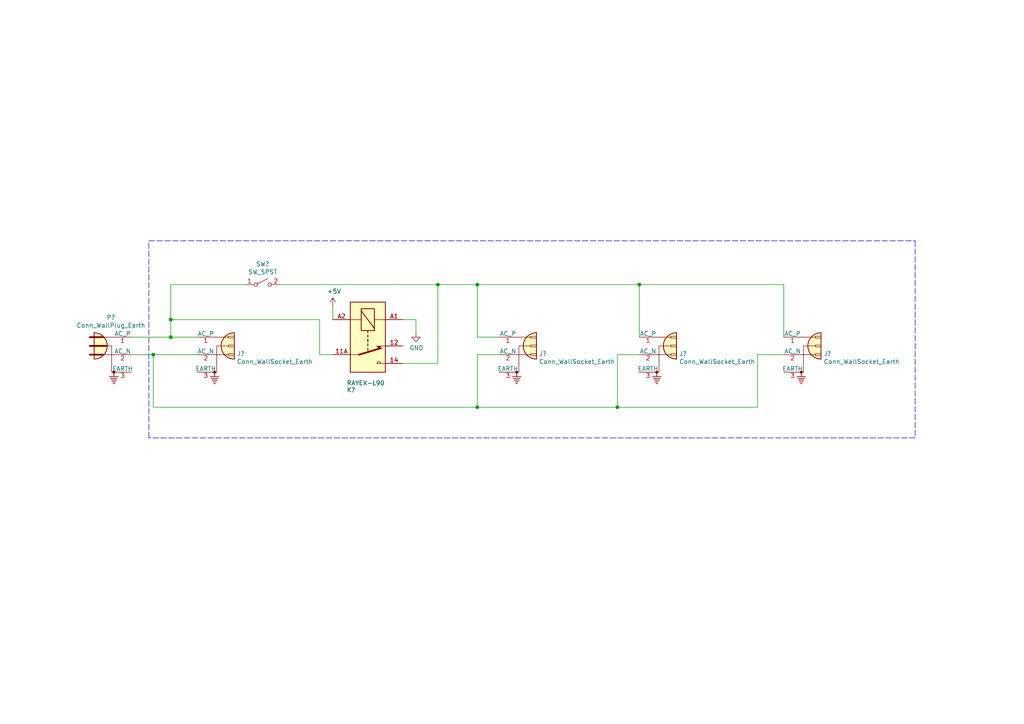
<source format=kicad_sch>
(kicad_sch (version 20211123) (generator eeschema)
  (paper "A4")
  (lib_symbols
    (symbol "Connector:Conn_WallPlug_Earth" (pin_names (offset 0))
      (property "Reference" "P" (at 0 3.81 0))
      (property "Value" "Conn_WallPlug_Earth" (at -5.08 0 90))
      (symbol "Conn_WallPlug_Earth_0_1"
        (arc (start -3.175 -3.81) (mid 0.635 0) (end -3.175 3.81) (stroke (width 0.254)) (fill (type background)))
        (polyline (pts (xy -4.445 -2.54) (xy -0.635 -2.54)) (stroke (width 0.508)))
        (polyline (pts (xy -4.445 0) (xy 0.508 0)) (stroke (width 0.508)))
        (polyline (pts (xy -4.445 2.54) (xy -0.635 2.54)) (stroke (width 0.508)))
        (polyline (pts (xy -3.175 -3.81) (xy -3.175 3.81)) (stroke (width 0.254)))
        (polyline (pts (xy -0.635 -2.54) (xy 2.54 -2.54)))
        (polyline (pts (xy -0.635 2.54) (xy 2.54 2.54)))
        (polyline (pts (xy 1.524 -9.398) (xy 3.556 -9.398)) (stroke (width 0.2032)))
        (polyline (pts (xy 1.778 -9.906) (xy 3.302 -9.906)) (stroke (width 0.2032)))
        (polyline (pts (xy 2.032 -10.414) (xy 3.048 -10.414)) (stroke (width 0.2032)))
        (polyline (pts (xy 2.286 -10.922) (xy 2.794 -10.922)) (stroke (width 0.2032)))
        (polyline (pts (xy 2.54 -7.62) (xy 2.54 -8.89)) (stroke (width 0.2032)))
        (polyline (pts (xy 3.81 -8.89) (xy 1.27 -8.89)) (stroke (width 0.2032)))
        (polyline (pts (xy 2.54 -7.62) (xy 1.905 -7.62) (xy 1.905 0) (xy -4.445 0)))
        (circle (center 2.54 -7.62) (radius 0.3556) (fill (type outline)))
      )
      (symbol "Conn_WallPlug_Earth_1_1"
        (pin power_out line (at 7.62 2.54 180) (length 5.08) (name "AC_P") (number "1"))
        (pin power_out line (at 7.62 -2.54 180) (length 5.08) (name "AC_N") (number "2"))
        (pin passive line (at 7.62 -7.62 180) (length 5.08) (name "EARTH") (number "3"))
      )
    )
    (symbol "Connector:Conn_WallSocket_Earth" (pin_names (offset 0))
      (property "Reference" "J" (at 3.81 6.985 0))
      (property "Value" "Conn_WallSocket_Earth" (at 7.62 2.54 90))
      (symbol "Conn_WallSocket_Earth_0_1"
        (circle (center 0 -5.08) (radius 0.3556) (fill (type outline)))
        (polyline (pts (xy -1.27 -6.35) (xy 1.27 -6.35)) (stroke (width 0.2032)))
        (polyline (pts (xy 0 -5.08) (xy 0 -6.35)) (stroke (width 0.2032)))
        (polyline (pts (xy 0.254 -8.382) (xy -0.254 -8.382)) (stroke (width 0.2032)))
        (polyline (pts (xy 0.508 -7.874) (xy -0.508 -7.874)) (stroke (width 0.2032)))
        (polyline (pts (xy 0.762 -7.366) (xy -0.762 -7.366)) (stroke (width 0.2032)))
        (polyline (pts (xy 1.016 -6.858) (xy -1.016 -6.858)) (stroke (width 0.2032)))
        (polyline (pts (xy 4.064 0) (xy 0 0)))
        (polyline (pts (xy 4.064 5.08) (xy 0 5.08)))
        (polyline (pts (xy 5.715 -1.27) (xy 5.715 6.35)) (stroke (width 0.254)))
        (polyline (pts (xy 0 -5.08) (xy 0.635 -5.08) (xy 0.635 2.54) (xy 4.064 2.54)))
        (rectangle (start 5.715 -0.254) (end 4.064 0.254))
        (rectangle (start 5.715 2.286) (end 4.064 2.794))
        (rectangle (start 5.715 4.826) (end 4.064 5.334))
        (arc (start 5.715 6.35) (mid 1.905 2.54) (end 5.715 -1.27) (stroke (width 0.254)) (fill (type background)))
      )
      (symbol "Conn_WallSocket_Earth_1_1"
        (pin power_in line (at -5.08 5.08 0) (length 5.08) (name "AC_P") (number "1"))
        (pin power_in line (at -5.08 0 0) (length 5.08) (name "AC_N") (number "2"))
        (pin passive line (at -5.08 -5.08 0) (length 5.08) (name "EARTH") (number "3"))
      )
    )
    (symbol "Relay:RAYEX-L90"
      (property "Reference" "K" (at 11.43 3.81 0))
      (property "Value" "RAYEX-L90" (at 11.43 1.27 0))
      (symbol "RAYEX-L90_1_0"
        (polyline (pts (xy 2.54 3.81) (xy 2.54 5.08)))
        (polyline (pts (xy 7.62 3.81) (xy 7.62 5.08)))
        (polyline (pts (xy 7.62 3.81) (xy 7.62 2.54) (xy 6.985 3.175) (xy 7.62 3.81)))
      )
      (symbol "RAYEX-L90_1_1"
        (rectangle (start -10.16 5.08) (end 10.16 -5.08) (stroke (width 0.254)) (fill (type background)))
        (rectangle (start -8.255 1.905) (end -1.905 -1.905) (stroke (width 0.254)))
        (polyline (pts (xy -7.62 -1.905) (xy -2.54 1.905)) (stroke (width 0.254)))
        (polyline (pts (xy -5.08 -5.08) (xy -5.08 -1.905)))
        (polyline (pts (xy -5.08 5.08) (xy -5.08 1.905)))
        (polyline (pts (xy -1.905 0) (xy -1.27 0)) (stroke (width 0.254)))
        (polyline (pts (xy -0.635 0) (xy 0 0)) (stroke (width 0.254)))
        (polyline (pts (xy 0.635 0) (xy 1.27 0)) (stroke (width 0.254)))
        (polyline (pts (xy 0.635 0) (xy 1.27 0)) (stroke (width 0.254)))
        (polyline (pts (xy 1.905 0) (xy 2.54 0)) (stroke (width 0.254)))
        (polyline (pts (xy 3.175 0) (xy 3.81 0)) (stroke (width 0.254)))
        (polyline (pts (xy 5.08 -2.54) (xy 3.175 3.81)) (stroke (width 0.508)))
        (polyline (pts (xy 5.08 -2.54) (xy 5.08 -5.08)))
        (polyline (pts (xy 2.54 2.54) (xy 3.175 3.175) (xy 2.54 3.81)) (fill (type outline)))
        (pin passive line (at 5.08 -10.16 90) (length 5.08) (name "~") (number "11A"))
        (pin passive line (at 5.08 -10.16 90) (length 5.08) hide (name "~") (number "11B"))
        (pin passive line (at 2.54 10.16 270) (length 5.08) (name "~") (number "12"))
        (pin passive line (at 7.62 10.16 270) (length 5.08) (name "~") (number "14"))
        (pin passive line (at -5.08 10.16 270) (length 5.08) (name "~") (number "A1"))
        (pin passive line (at -5.08 -10.16 90) (length 5.08) (name "~") (number "A2"))
      )
    )
    (symbol "Switch:SW_SPST" (pin_names (offset 0) hide)
      (property "Reference" "SW" (at 0 3.175 0))
      (property "Value" "SW_SPST" (at 0 -2.54 0))
      (symbol "SW_SPST_0_0"
        (circle (center -2.032 0) (radius 0.508))
        (polyline (pts (xy -1.524 0.254) (xy 1.524 1.778)))
        (circle (center 2.032 0) (radius 0.508))
      )
      (symbol "SW_SPST_1_1"
        (pin passive line (at -5.08 0 0) (length 2.54) (name "A") (number "1"))
        (pin passive line (at 5.08 0 180) (length 2.54) (name "B") (number "2"))
      )
    )
    (symbol "power:+5V" (power) (pin_names (offset 0))
      (property "Value" "+5V" (at 0 3.556 0))
      (symbol "+5V_0_1"
        (polyline (pts (xy -0.762 1.27) (xy 0 2.54)))
        (polyline (pts (xy 0 0) (xy 0 2.54)))
        (polyline (pts (xy 0 2.54) (xy 0.762 1.27)))
      )
      (symbol "+5V_1_1"
        (pin power_in line (at 0 0 90) (length 0) hide (name "+5V") (number "1"))
      )
    )
    (symbol "power:GND" (power) (pin_names (offset 0))
      (property "Value" "GND" (at 0 -3.81 0))
      (symbol "GND_0_1"
        (polyline (pts (xy 0 0) (xy 0 -1.27) (xy 1.27 -1.27) (xy 0 -2.54) (xy -1.27 -1.27) (xy 0 -1.27)))
      )
      (symbol "GND_1_1"
        (pin power_in line (at 0 0 270) (length 0) hide (name "GND") (number "1"))
      )
    )
  )
  (junction (at 138.43 118.11))
  (junction (at 185.42 82.55))
  (junction (at 44.45 102.87))
  (junction (at 49.53 97.79))
  (junction (at 138.43 82.55))
  (junction (at 179.07 118.11))
  (junction (at 127 82.55))
  (junction (at 49.53 92.71))
  (wire (pts (xy 138.43 82.55) (xy 185.42 82.55)))
  (wire (pts (xy 179.07 102.87) (xy 179.07 118.11)))
  (wire (pts (xy 116.84 105.41) (xy 127 105.41)))
  (wire (pts (xy 49.53 97.79) (xy 49.53 92.71)))
  (wire (pts (xy 219.71 118.11) (xy 179.07 118.11)))
  (wire (pts (xy 92.71 102.87) (xy 96.52 102.87)))
  (polyline (pts (xy 43.18 69.85) (xy 265.43 69.85)))
  (wire (pts (xy 179.07 118.11) (xy 138.43 118.11)))
  (wire (pts (xy 227.33 102.87) (xy 219.71 102.87)))
  (polyline (pts (xy 43.18 127) (xy 43.18 69.85)))
  (polyline (pts (xy 265.43 69.85) (xy 265.43 127)))
  (wire (pts (xy 49.53 82.55) (xy 71.12 82.55)))
  (wire (pts (xy 185.42 102.87) (xy 179.07 102.87)))
  (wire (pts (xy 185.42 82.55) (xy 185.42 97.79)))
  (polyline (pts (xy 265.43 127) (xy 43.18 127)))
  (wire (pts (xy 92.71 92.71) (xy 92.71 102.87)))
  (wire (pts (xy 127 105.41) (xy 127 82.55)))
  (wire (pts (xy 138.43 102.87) (xy 138.43 118.11)))
  (wire (pts (xy 219.71 102.87) (xy 219.71 118.11)))
  (wire (pts (xy 116.84 92.71) (xy 120.65 92.71)))
  (wire (pts (xy 144.78 102.87) (xy 138.43 102.87)))
  (wire (pts (xy 44.45 102.87) (xy 44.45 118.11)))
  (wire (pts (xy 57.15 97.79) (xy 49.53 97.79)))
  (wire (pts (xy 144.78 97.79) (xy 138.43 97.79)))
  (wire (pts (xy 49.53 92.71) (xy 92.71 92.71)))
  (wire (pts (xy 38.1 102.87) (xy 44.45 102.87)))
  (wire (pts (xy 227.33 82.55) (xy 227.33 97.79)))
  (wire (pts (xy 120.65 92.71) (xy 120.65 96.52)))
  (wire (pts (xy 57.15 102.87) (xy 44.45 102.87)))
  (wire (pts (xy 44.45 118.11) (xy 138.43 118.11)))
  (wire (pts (xy 49.53 82.55) (xy 49.53 92.71)))
  (wire (pts (xy 81.28 82.55) (xy 127 82.55)))
  (wire (pts (xy 138.43 82.55) (xy 138.43 97.79)))
  (wire (pts (xy 38.1 97.79) (xy 49.53 97.79)))
  (wire (pts (xy 96.52 92.71) (xy 96.52 88.9)))
  (wire (pts (xy 127 82.55) (xy 138.43 82.55)))
  (wire (pts (xy 185.42 82.55) (xy 227.33 82.55)))
  (symbol (lib_id "Connector:Conn_WallSocket_Earth") (at 62.23 102.87 0) (unit 1)
    (property "Reference" "J?" (at 68.6816 102.5906 0) (effects (justify left)))
    (property "Value" "Conn_WallSocket_Earth" (at 68.6816 104.902 0) (effects (justify left)))
  )
  (symbol (lib_id "Connector:Conn_WallSocket_Earth") (at 149.86 102.87 0) (unit 1)
    (property "Reference" "J?" (at 156.3116 102.5906 0) (effects (justify left)))
    (property "Value" "Conn_WallSocket_Earth" (at 156.3116 104.902 0) (effects (justify left)))
  )
  (symbol (lib_id "Relay:RAYEX-L90") (at 106.68 97.79 270) (unit 1)
    (property "Reference" "K?" (at 100.5586 113.1062 90) (effects (justify left)))
    (property "Value" "RAYEX-L90" (at 100.5586 111.0996 90) (effects (justify left)))
    (property "Footprint" "Relay_THT:Relay_SPDT_RAYEX-L90" (effects hide))
    (property "Datasheet" "https://a3.sofastcdn.com/attachment/7jioKBjnRiiSrjrjknRiwS77gwbf3zmp/L90-SERIES.pdf" (effects hide))
  )
  (symbol (lib_id "Switch:SW_SPST") (at 76.2 82.55 0) (unit 1)
    (property "Reference" "SW?" (at 76.2 76.581 0))
    (property "Value" "SW_SPST" (at 76.2 78.8924 0))
  )
  (symbol (lib_id "Connector:Conn_WallSocket_Earth") (at 190.5 102.87 0) (unit 1)
    (property "Reference" "J?" (at 196.9516 102.5906 0) (effects (justify left)))
    (property "Value" "Conn_WallSocket_Earth" (at 196.9516 104.902 0) (effects (justify left)))
  )
  (symbol (lib_id "Connector:Conn_WallSocket_Earth") (at 232.41 102.87 0) (unit 1)
    (property "Reference" "J?" (at 238.8616 102.5906 0) (effects (justify left)))
    (property "Value" "Conn_WallSocket_Earth" (at 238.8616 104.902 0) (effects (justify left)))
  )
  (symbol (lib_id "Connector:Conn_WallPlug_Earth") (at 30.48 100.33 0) (unit 1)
    (property "Reference" "P?" (at 32.1818 92.075 0))
    (property "Value" "Conn_WallPlug_Earth" (at 32.1818 94.3864 0))
  )
  (symbol (lib_id "power:+5V") (at 96.52 88.9 0) (unit 1)
    (property "Reference" "#PWR?" (effects hide))
    (property "Value" "+5V" (at 96.901 84.5058 0))
  )
  (symbol (lib_id "power:GND") (at 120.65 96.52 0) (unit 1)
    (property "Reference" "#PWR?" (effects hide))
    (property "Value" "GND" (at 120.777 100.9142 0))
  )
)
</source>
